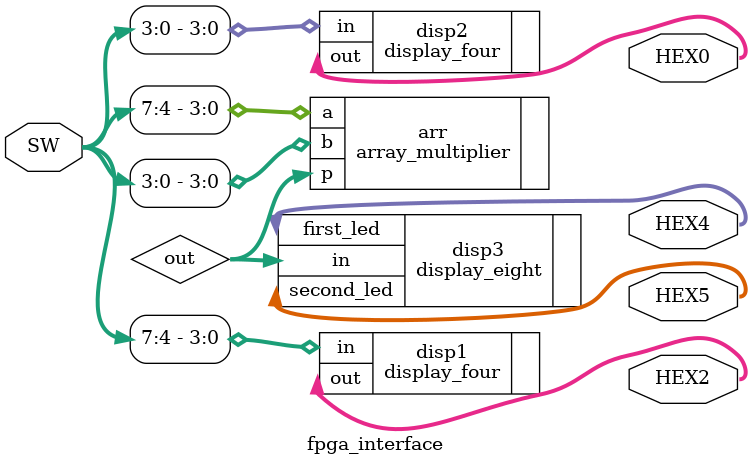
<source format=v>

module fpga_interface(
	SW,
	HEX0,
	HEX2,
	HEX4,
	HEX5
);
	
	input [7:0] SW;
	
	output [6:0] HEX0;
	output [6:0] HEX2;
	output [6:0] HEX4;
	output [6:0] HEX5;
	
	wire [15:0] out;
	
	array_multiplier arr(
		.a(SW[7:4]),
		.b(SW[3:0]),
		.p(out)
	);
	
	display_four disp1(
		.in(SW[7:4]),
		.out(HEX2)
	);
	
	display_four disp2(
		.in(SW[3:0]),
		.out(HEX0)
	);
	
	display_eight disp3(
		.in(out),
		.first_led(HEX4),
		.second_led(HEX5)
	);

endmodule
</source>
